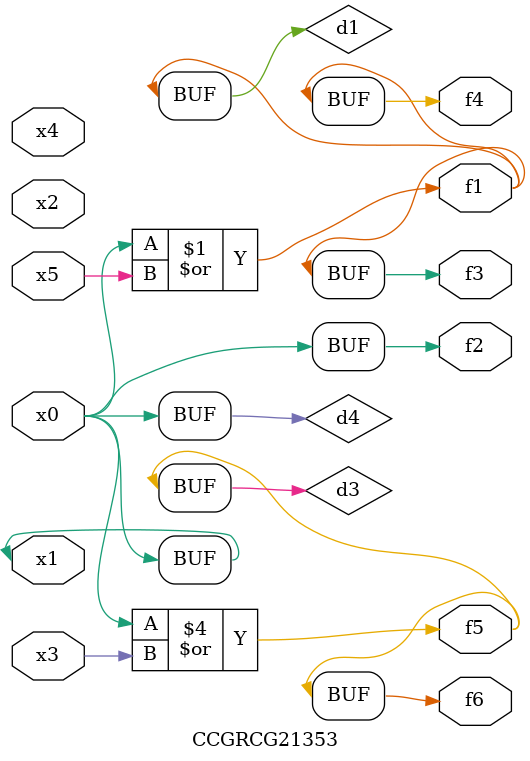
<source format=v>
module CCGRCG21353(
	input x0, x1, x2, x3, x4, x5,
	output f1, f2, f3, f4, f5, f6
);

	wire d1, d2, d3, d4;

	or (d1, x0, x5);
	xnor (d2, x1, x4);
	or (d3, x0, x3);
	buf (d4, x0, x1);
	assign f1 = d1;
	assign f2 = d4;
	assign f3 = d1;
	assign f4 = d1;
	assign f5 = d3;
	assign f6 = d3;
endmodule

</source>
